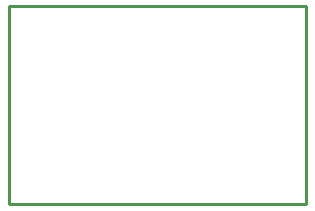
<source format=gko>
G04 ---------------------------- Layer name :KeepOutLayer *
G04 easyEDA 0.1*
G04 Scale: 100 percent, Rotated: No, Reflected: No *
G04 Dimensions in inches *
G04 leading zeros omitted , absolute positions ,2 integer and 4 * 
%FSLAX24Y24*%
%MOIN*%
G90*
G70D02*

%ADD10C,0.010000*%
G54D10*
G01X0Y13200D02*
G01X9900Y13200D01*
G01X9900Y6600D01*
G01X0Y6600D01*
G01X0Y13200D01*

%LPD*%
%LNVIA PAD TRACK COPPERAREA*%

M00*
M02*
</source>
